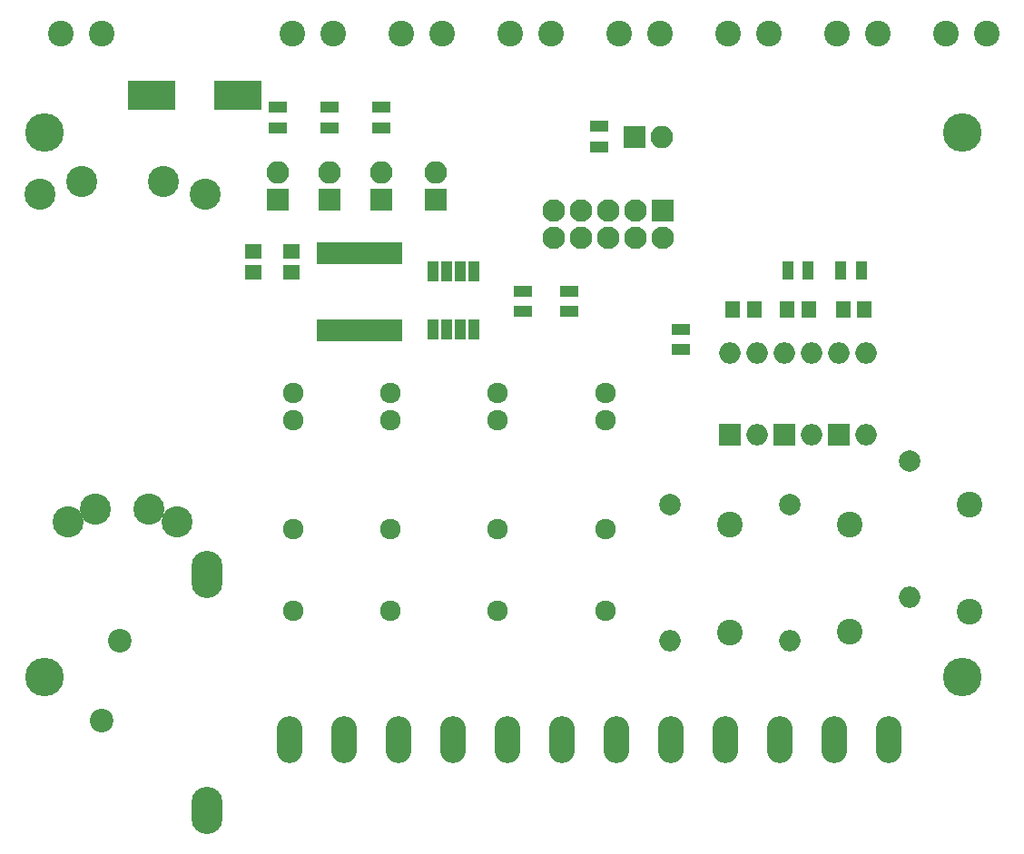
<source format=gts>
G04 #@! TF.FileFunction,Soldermask,Top*
%FSLAX46Y46*%
G04 Gerber Fmt 4.6, Leading zero omitted, Abs format (unit mm)*
G04 Created by KiCad (PCBNEW 4.0.7-e2-6376~58~ubuntu16.04.1) date Sun May 13 22:13:39 2018*
%MOMM*%
%LPD*%
G01*
G04 APERTURE LIST*
%ADD10C,0.100000*%
%ADD11C,2.900000*%
%ADD12R,2.100000X2.100000*%
%ADD13C,2.100000*%
%ADD14O,2.899360X4.400500*%
%ADD15C,2.200000*%
%ADD16R,4.400500X2.800300*%
%ADD17R,1.650000X1.400000*%
%ADD18R,1.700000X1.100000*%
%ADD19R,0.850000X2.150000*%
%ADD20R,1.400000X1.650000*%
%ADD21C,2.000000*%
%ADD22O,2.000000X2.000000*%
%ADD23R,1.100000X1.700000*%
%ADD24O,2.100000X2.100000*%
%ADD25R,1.000000X1.950000*%
%ADD26C,1.924000*%
%ADD27C,3.600000*%
%ADD28C,2.400000*%
%ADD29O,2.381200X4.362400*%
%ADD30R,2.000000X2.000000*%
G04 APERTURE END LIST*
D10*
D11*
X95290000Y-104870000D03*
X100290000Y-104870000D03*
X90090000Y-75470000D03*
X105490000Y-75470000D03*
X92710000Y-106045000D03*
X102870000Y-106045000D03*
X93980000Y-74295000D03*
X101600000Y-74295000D03*
D12*
X148209000Y-76962000D03*
D13*
X148209000Y-79502000D03*
X145669000Y-76962000D03*
X145669000Y-79502000D03*
X143129000Y-76962000D03*
X143129000Y-79502000D03*
X140589000Y-76962000D03*
X140589000Y-79502000D03*
X138049000Y-76962000D03*
X138049000Y-79502000D03*
D14*
X105664000Y-110919260D03*
X105664000Y-132920740D03*
D15*
X97536000Y-117094000D03*
X95836000Y-124594000D03*
D16*
X108521500Y-66230500D03*
X100520500Y-66230500D03*
D17*
X109982000Y-80788000D03*
X109982000Y-82788000D03*
X113538000Y-80788000D03*
X113538000Y-82788000D03*
D18*
X139446000Y-86421000D03*
X139446000Y-84521000D03*
X135128000Y-86421000D03*
X135128000Y-84521000D03*
X121920000Y-69276000D03*
X121920000Y-67376000D03*
X117094000Y-69276000D03*
X117094000Y-67376000D03*
X112268000Y-69276000D03*
X112268000Y-67376000D03*
D19*
X116313000Y-88182000D03*
X116963000Y-88182000D03*
X117613000Y-88182000D03*
X118263000Y-88182000D03*
X118913000Y-88182000D03*
X119563000Y-88182000D03*
X120213000Y-88182000D03*
X120863000Y-88182000D03*
X121513000Y-88182000D03*
X122163000Y-88182000D03*
X122813000Y-88182000D03*
X123463000Y-88182000D03*
X123463000Y-80982000D03*
X122813000Y-80982000D03*
X122163000Y-80982000D03*
X121513000Y-80982000D03*
X120863000Y-80982000D03*
X120213000Y-80982000D03*
X119563000Y-80982000D03*
X118913000Y-80982000D03*
X118263000Y-80982000D03*
X117613000Y-80982000D03*
X116963000Y-80982000D03*
X116313000Y-80982000D03*
D20*
X154702000Y-86233000D03*
X156702000Y-86233000D03*
X159782000Y-86233000D03*
X161782000Y-86233000D03*
X164989000Y-86233000D03*
X166989000Y-86233000D03*
D18*
X149860000Y-89977000D03*
X149860000Y-88077000D03*
D21*
X148844000Y-104394000D03*
D22*
X148844000Y-117094000D03*
D23*
X161732000Y-82550000D03*
X159832000Y-82550000D03*
D21*
X160020000Y-104394000D03*
D22*
X160020000Y-117094000D03*
D23*
X164785000Y-82550000D03*
X166685000Y-82550000D03*
D21*
X171196000Y-100330000D03*
D22*
X171196000Y-113030000D03*
D12*
X112268000Y-75946000D03*
D24*
X112268000Y-73406000D03*
D12*
X117094000Y-75946000D03*
D24*
X117094000Y-73406000D03*
D12*
X121920000Y-75946000D03*
D24*
X121920000Y-73406000D03*
D12*
X127000000Y-75946000D03*
D24*
X127000000Y-73406000D03*
D25*
X126746000Y-88044000D03*
X128016000Y-88044000D03*
X129286000Y-88044000D03*
X130556000Y-88044000D03*
X130556000Y-82644000D03*
X129286000Y-82644000D03*
X128016000Y-82644000D03*
X126746000Y-82644000D03*
D26*
X142849600Y-93980000D03*
X142849600Y-96520000D03*
X142849600Y-106680000D03*
X142849600Y-114300000D03*
X122732800Y-93980000D03*
X122732800Y-96520000D03*
X122732800Y-106680000D03*
X122732800Y-114300000D03*
X113741200Y-93980000D03*
X113741200Y-96520000D03*
X113741200Y-106680000D03*
X113741200Y-114300000D03*
X132791200Y-93980000D03*
X132791200Y-96520000D03*
X132791200Y-106680000D03*
X132791200Y-114300000D03*
D18*
X142240000Y-69154000D03*
X142240000Y-71054000D03*
D27*
X90551000Y-69723000D03*
X90551000Y-120523000D03*
X176149000Y-120523000D03*
X176149000Y-69723000D03*
D12*
X145542000Y-70104000D03*
D24*
X148082000Y-70104000D03*
D28*
X113665000Y-60452000D03*
X117475000Y-60452000D03*
X123825000Y-60452000D03*
X127635000Y-60452000D03*
X133985000Y-60452000D03*
X137795000Y-60452000D03*
X154305000Y-60452000D03*
X158115000Y-60452000D03*
X164465000Y-60452000D03*
X168275000Y-60452000D03*
X174625000Y-60452000D03*
X178435000Y-60452000D03*
X92075000Y-60452000D03*
X95885000Y-60452000D03*
X144145000Y-60452000D03*
X147955000Y-60452000D03*
D29*
X113411000Y-126365000D03*
X118491000Y-126365000D03*
X123571000Y-126365000D03*
X128651000Y-126365000D03*
X133731000Y-126365000D03*
X138811000Y-126365000D03*
X143891000Y-126365000D03*
X148971000Y-126365000D03*
X154051000Y-126365000D03*
X159131000Y-126365000D03*
X164211000Y-126365000D03*
X169291000Y-126365000D03*
D30*
X154432000Y-97917000D03*
D22*
X156972000Y-90297000D03*
X156972000Y-97917000D03*
X154432000Y-90297000D03*
D30*
X159512000Y-97917000D03*
D22*
X162052000Y-90297000D03*
X162052000Y-97917000D03*
X159512000Y-90297000D03*
D30*
X164592000Y-97917000D03*
D22*
X167132000Y-90297000D03*
X167132000Y-97917000D03*
X164592000Y-90297000D03*
D28*
X154432000Y-106324400D03*
X154432000Y-116324400D03*
X165608000Y-106273600D03*
X165608000Y-116273600D03*
X176784000Y-104394000D03*
X176784000Y-114394000D03*
M02*

</source>
